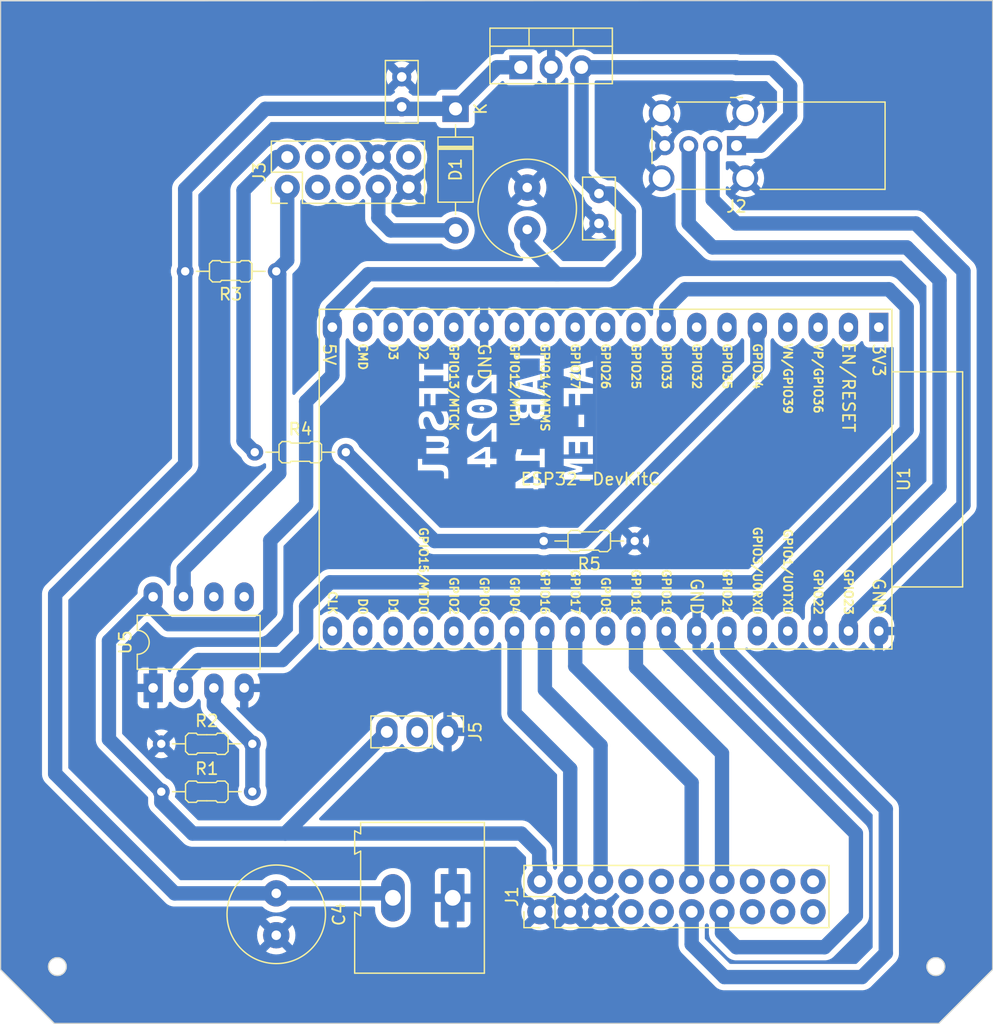
<source format=kicad_pcb>
(kicad_pcb (version 20240108) (generator "pcbnew") (generator_version "8.0")
  (layers (0 "F.Cu" signal) (31 "B.Cu" signal) (34 "B.Paste" user) (35 "F.Paste" user) (36 "B.SilkS" user "B.Silkscreen") (37 "F.SilkS" user "F.Silkscreen") (38 "B.Mask" user) (39 "F.Mask" user) (44 "Edge.Cuts" user))
  (net 0 "")
  (net 1 "GND")
  (net 2 "15 V")
  (net 7 "Net-(U1-VDET_1{slash}GPIO34{slash}ADC1_CH6)")
  (net 25 "Net-(J1-Pin_13)")
  (net 26 "Net-(J1-Pin_6)")
  (net 29 "Net-(U5--)")
  (net 30 "RX")
  (net 31 "TX")
  (net 36 "Net-(U1-32K_XN{slash}GPIO33{slash}ADC1_CH5)")
  (net 39 "VCC")
  (net 40 "Net-(J1-Pin_4)")
  (net 42 "Net-(J1-Pin_14)")
  (net 43 "Net-(J1-Pin_12)")
  (net 45 "Net-(J1-Pin_11)")
  (net 46 "Net-(J2-D-)")
  (net 47 "Net-(J2-D+)")
  (net 56 "Net-(D1-A)")
  (footprint "PCM_Resistor_THT_AKL:R_Axial_DIN0204_L3.6mm_D1.6mm_P7.62mm_Horizontal" (layer "F.Cu") (at 38.46 38.44 180)
    (property "Reference" "R3" (at 3.81 -1.92 180) (layer "F.SilkS"))
    (property "Value" "1k5")
    (fp_line (start 6.68 0) (end 5.73 0) (stroke (width 0.12)) (layer "F.SilkS"))
    (fp_line (start 5.715 0) (end 5.588 0) (stroke (width 0.12)) (layer "F.SilkS"))
    (fp_line (start 5.588 0.635) (end 5.334 0.888999) (stroke (width 0.12)) (layer "F.SilkS"))
    (fp_line (start 5.588 -0.635) (end 5.588 0.635) (stroke (width 0.12)) (layer "F.SilkS"))
    (fp_line (start 5.588 -0.635) (end 5.334 -0.888999) (stroke (width 0.12)) (layer "F.SilkS"))
    (fp_line (start 5.334 0.888999) (end 4.699 0.889) (stroke (width 0.12)) (layer "F.SilkS"))
    (fp_line (start 5.334 -0.888999) (end 4.699 -0.889) (stroke (width 0.12)) (layer "F.SilkS"))
    (fp_line (start 4.699 0.889) (end 4.572 0.762) (stroke (width 0.12)) (layer "F.SilkS"))
    (fp_line (start 4.699 -0.889) (end 4.572 -0.762) (stroke (width 0.12)) (layer "F.SilkS"))
    (fp_line (start 4.572 0.762) (end 3.81 0.762) (stroke (width 0.12)) (layer "F.SilkS"))
    (fp_line (start 4.572 -0.762) (end 3.81 -0.762) (stroke (width 0.12)) (layer "F.SilkS"))
    (fp_line (start 3.048 0.762) (end 3.81 0.762) (stroke (width 0.12)) (layer "F.SilkS"))
    (fp_line (start 3.048 -0.762) (end 3.81 -0.762) (stroke (width 0.12)) (layer "F.SilkS"))
    (fp_line (start 2.921 0.889) (end 3.048 0.762) (stroke (width 0.12)) (layer "F.SilkS"))
    (fp_line (start 2.921 -0.889) (end 3.048 -0.762) (stroke (width 0.12)) (layer "F.SilkS"))
    (fp_line (start 2.286 0.889) (end 2.921 0.889) (stroke (width 0.12)) (layer "F.SilkS"))
    (fp_line (start 2.286 -0.889) (end 2.921 -0.889) (stroke (width 0.12)) (layer "F.SilkS"))
    (fp_line (start 2.032 0.635) (end 2.286 0.889) (stroke (width 0.12)) (layer "F.SilkS"))
    (fp_line (start 2.032 0.635) (end 2.032 -0.635) (stroke (width 0.12)) (layer "F.SilkS"))
    (fp_line (start 2.032 -0.635) (end 2.286 -0.889) (stroke (width 0.12)) (layer "F.SilkS"))
    (fp_line (start 1.89 0) (end 2.032 0) (stroke (width 0.12)) (layer "F.SilkS"))
    (fp_line (start 0.939999 0) (end 1.89 0) (stroke (width 0.12)) (layer "F.SilkS"))
    (pad "1" thru_hole circle (at 0 0 180) (size 1.4 1.4) (drill 0.7) (layers "*.Cu" "*.Mask") (net 31 "TX"))
    (pad "2" thru_hole oval (at 7.62 0 180) (size 1.4 1.4) (drill 0.7) (layers "*.Cu" "*.Mask") (net 2 "15 V"))
  )
  (footprint "Connector_PinHeader_2.54mm:PinHeader_1x03_P2.54mm_Vertical" (layer "F.Cu") (at 52.789999 76.94 -90)
    (property "Reference" "J5" (at 0 -2.33 90) (layer "F.SilkS"))
    (property "Value" "5V Extra")
    (fp_line (start -1.33 6.409999) (end 1.33 6.409999) (stroke (width 0.12)) (layer "F.SilkS"))
    (fp_line (start -1.33 1.270001) (end -1.33 6.409999) (stroke (width 0.12)) (layer "F.SilkS"))
    (fp_line (start -1.33 1.270001) (end 1.33 1.270001) (stroke (width 0.12)) (layer "F.SilkS"))
    (fp_line (start 1.33 1.270001) (end 1.33 6.409999) (stroke (width 0.12)) (layer "F.SilkS"))
    (fp_line (start -1.33 0) (end -1.33 -1.33) (stroke (width 0.12)) (layer "F.SilkS"))
    (fp_line (start -1.33 -1.33) (end 0 -1.33) (stroke (width 0.12)) (layer "F.SilkS"))
    (pad "1" thru_hole oval (at 0 0 270) (size 2.4 1.8) (drill 1) (layers "*.Cu" "*.Mask") (net 1 "GND"))
    (pad "2" thru_hole oval (at 0 2.54 270) (size 2.4 1.8) (drill 1) (layers "*.Cu" "*.Mask"))
    (pad "3" thru_hole oval (at 0 5.079999 270) (size 2.4 1.8) (drill 1) (layers "*.Cu" "*.Mask") (net 39 "VCC"))
  )
  (footprint "Connector_PinHeader_2.54mm:PinHeader_2x10_P2.54mm_Vertical" (layer "F.Cu") (at 60.516292 91.97632 90)
    (property "Reference" "J1" (at 1.27 -2.33 -90) (layer "F.SilkS"))
    (property "Value" "Display")
    (fp_line (start 3.87 -1.33) (end 3.87 24.19) (stroke (width 0.12)) (layer "F.SilkS"))
    (fp_line (start 1.270001 -1.33) (end 3.87 -1.33) (stroke (width 0.12)) (layer "F.SilkS"))
    (fp_line (start -1.33 -1.33) (end 0 -1.33) (stroke (width 0.12)) (layer "F.SilkS"))
    (fp_line (start -1.33 0) (end -1.33 -1.33) (stroke (width 0.12)) (layer "F.SilkS"))
    (fp_line (start 1.27 1.27) (end 1.270001 -1.33) (stroke (width 0.12)) (layer "F.SilkS"))
    (fp_line (start -1.33 1.270001) (end 1.27 1.27) (stroke (width 0.12)) (layer "F.SilkS"))
    (fp_line (start -1.33 1.270001) (end -1.33 24.19) (stroke (width 0.12)) (layer "F.SilkS"))
    (fp_line (start -1.33 24.19) (end 3.87 24.19) (stroke (width 0.12)) (layer "F.SilkS"))
    (pad "1" thru_hole circle (at 0 0 90) (size 2.1 2.1) (drill 1) (layers "*.Cu" "*.Mask") (net 1 "GND"))
    (pad "2" thru_hole circle (at 2.54 0 90) (size 2.1 2.1) (drill 1) (layers "*.Cu" "*.Mask") (net 39 "VCC"))
    (pad "3" thru_hole circle (at 0 2.54 90) (size 2.1 2.1) (drill 1) (layers "*.Cu" "*.Mask") (net 1 "GND"))
    (pad "4" thru_hole circle (at 2.54 2.54 90) (size 2.1 2.1) (drill 1) (layers "*.Cu" "*.Mask") (net 40 "Net-(J1-Pin_4)"))
    (pad "5" thru_hole circle (at 0 5.079999 90) (size 2.1 2.1) (drill 1) (layers "*.Cu" "*.Mask") (net 1 "GND"))
    (pad "6" thru_hole circle (at 2.54 5.08 90) (size 2.1 2.1) (drill 1) (layers "*.Cu" "*.Mask") (net 26 "Net-(J1-Pin_6)"))
    (pad "7" thru_hole circle (at 0 7.62 90) (size 2.1 2.1) (drill 1) (layers "*.Cu" "*.Mask"))
    (pad "8" thru_hole circle (at 2.54 7.62 90) (size 2.1 2.1) (drill 1) (layers "*.Cu" "*.Mask"))
    (pad "9" thru_hole circle (at 0 10.16 90) (size 2.1 2.1) (drill 1) (layers "*.Cu" "*.Mask"))
    (pad "10" thru_hole circle (at 2.54 10.16 90) (size 2.1 2.1) (drill 1) (layers "*.Cu" "*.Mask"))
    (pad "11" thru_hole circle (at 0 12.7 90) (size 2.1 2.1) (drill 1) (layers "*.Cu" "*.Mask") (net 45 "Net-(J1-Pin_11)"))
    (pad "12" thru_hole circle (at 2.54 12.7 90) (size 2.1 2.1) (drill 1) (layers "*.Cu" "*.Mask") (net 43 "Net-(J1-Pin_12)"))
    (pad "13" thru_hole circle (at 0 15.24 90) (size 2.1 2.1) (drill 1) (layers "*.Cu" "*.Mask") (net 25 "Net-(J1-Pin_13)"))
    (pad "14" thru_hole circle (at 2.54 15.24 90) (size 2.1 2.1) (drill 1) (layers "*.Cu" "*.Mask") (net 42 "Net-(J1-Pin_14)"))
    (pad "15" thru_hole circle (at 0 17.780001 90) (size 2.1 2.1) (drill 1) (layers "*.Cu" "*.Mask"))
    (pad "16" thru_hole circle (at 2.54 17.78 90) (size 2.1 2.1) (drill 1) (layers "*.Cu" "*.Mask"))
    (pad "17" thru_hole circle (at 0 20.32 90) (size 2.1 2.1) (drill 1) (layers "*.Cu" "*.Mask"))
    (pad "18" thru_hole circle (at 2.54 20.32 90) (size 2.1 2.1) (drill 1) (layers "*.Cu" "*.Mask"))
    (pad "19" thru_hole circle (at 0 22.86 90) (size 2.1 2.1) (drill 1) (layers "*.Cu" "*.Mask"))
    (pad "20" thru_hole circle (at 2.54 22.86 90) (size 2.1 2.1) (drill 1) (layers "*.Cu" "*.Mask"))
  )
  (footprint "Capacitor_THT:C_Disc_D5.0mm_W2.5mm_P2.50mm" (layer "F.Cu") (at 48.96 24.69 90)
    (property "Reference" "C3" (hide yes))
    (property "Value" "100n")
    (fp_line (start 3.87 -1.37) (end 3.87 1.37) (stroke (width 0.12)) (layer "F.SilkS"))
    (fp_line (start -1.37 -1.37) (end 3.87 -1.37) (stroke (width 0.12)) (layer "F.SilkS"))
    (fp_line (start -1.37 -1.37) (end -1.37 1.37) (stroke (width 0.12)) (layer "F.SilkS"))
    (fp_line (start -1.37 1.37) (end 3.87 1.37) (stroke (width 0.12)) (layer "F.SilkS"))
    (pad "1" thru_hole circle (at 0 0 90) (size 1.6 1.6) (drill 0.8) (layers "*.Cu" "*.Mask") (net 2 "15 V"))
    (pad "2" thru_hole circle (at 2.5 0 90) (size 1.6 1.6) (drill 0.8) (layers "*.Cu" "*.Mask") (net 1 "GND"))
  )
  (footprint "Capacitor_THT:C_Radial_D8.0mm_H11.5mm_P3.50mm" (layer "F.Cu") (at 59.46 34.94 90)
    (property "Reference" "C1" (hide yes))
    (property "Value" "1000u")
    (fp_circle (center 1.75 0) (end 5.87 0) (stroke (width 0.12)) (fill none) (layer "F.SilkS"))
    (pad "1" thru_hole circle (at 0 0 90) (size 2.2 2.2) (drill 0.8) (layers "*.Cu" "*.Mask") (net 39 "VCC"))
    (pad "2" thru_hole circle (at 3.5 0 90) (size 2.2 2.2) (drill 0.8) (layers "*.Cu" "*.Mask") (net 1 "GND"))
  )
  (footprint "Diode_THT:D_DO-41_SOD81_P10.16mm_Horizontal" (layer "F.Cu") (at 53.46 24.86 -90)
    (property "Reference" "D1" (at 5.08 0 90) (layer "F.SilkS"))
    (property "Value" "1N4002")
    (fp_line (start 2.36 1.47) (end 7.8 1.47) (stroke (width 0.12)) (layer "F.SilkS"))
    (fp_line (start 7.8 1.47) (end 7.8 -1.47) (stroke (width 0.12)) (layer "F.SilkS"))
    (fp_line (start 1.34 0) (end 2.36 0) (stroke (width 0.12)) (layer "F.SilkS"))
    (fp_line (start 8.82 0) (end 7.8 0) (stroke (width 0.12)) (layer "F.SilkS"))
    (fp_line (start 2.36 -1.47) (end 2.36 1.47) (stroke (width 0.12)) (layer "F.SilkS"))
    (fp_line (start 3.14 -1.47) (end 3.14 1.47) (stroke (width 0.12)) (layer "F.SilkS"))
    (fp_line (start 3.26 -1.47) (end 3.26 1.47) (stroke (width 0.12)) (layer "F.SilkS"))
    (fp_line (start 3.38 -1.47) (end 3.38 1.47) (stroke (width 0.12)) (layer "F.SilkS"))
    (fp_line (start 7.8 -1.47) (end 2.36 -1.47) (stroke (width 0.12)) (layer "F.SilkS"))
    (fp_text user "K" (at 0 -2.1 90) (layer "F.SilkS"))
    (pad "1" thru_hole rect (at 0 0 270) (size 2.2 2.2) (drill 1.1) (layers "*.Cu" "*.Mask") (net 2 "15 V"))
    (pad "2" thru_hole oval (at 10.16 0 270) (size 2.2 2.2) (drill 1.1) (layers "*.Cu" "*.Mask") (net 56 "Net-(D1-A)"))
  )
  (footprint "PCM_Resistor_THT_AKL:R_Axial_DIN0204_L3.6mm_D1.6mm_P7.62mm_Horizontal" (layer "F.Cu") (at 28.84 81.94)
    (property "Reference" "R1" (at 3.81 -1.92 0) (layer "F.SilkS"))
    (property "Value" "2k2")
    (fp_line (start 0.939999 0) (end 1.89 0) (stroke (width 0.12)) (layer "F.SilkS"))
    (fp_line (start 1.89 0) (end 2.032 0) (stroke (width 0.12)) (layer "F.SilkS"))
    (fp_line (start 2.032 -0.635) (end 2.286 -0.889) (stroke (width 0.12)) (layer "F.SilkS"))
    (fp_line (start 2.032 0.635) (end 2.032 -0.635) (stroke (width 0.12)) (layer "F.SilkS"))
    (fp_line (start 2.032 0.635) (end 2.286 0.889) (stroke (width 0.12)) (layer "F.SilkS"))
    (fp_line (start 2.286 -0.889) (end 2.921 -0.889) (stroke (width 0.12)) (layer "F.SilkS"))
    (fp_line (start 2.286 0.889) (end 2.921 0.889) (stroke (width 0.12)) (layer "F.SilkS"))
    (fp_line (start 2.921 -0.889) (end 3.048 -0.762) (stroke (width 0.12)) (layer "F.SilkS"))
    (fp_line (start 2.921 0.889) (end 3.048 0.762) (stroke (width 0.12)) (layer "F.SilkS"))
    (fp_line (start 3.048 -0.762) (end 3.81 -0.762) (stroke (width 0.12)) (layer "F.SilkS"))
    (fp_line (start 3.048 0.762) (end 3.81 0.762) (stroke (width 0.12)) (layer "F.SilkS"))
    (fp_line (start 4.572 -0.762) (end 3.81 -0.762) (stroke (width 0.12)) (layer "F.SilkS"))
    (fp_line (start 4.572 0.762) (end 3.81 0.762) (stroke (width 0.12)) (layer "F.SilkS"))
    (fp_line (start 4.699 -0.889) (end 4.572 -0.762) (stroke (width 0.12)) (layer "F.SilkS"))
    (fp_line (start 4.699 0.889) (end 4.572 0.762) (stroke (width 0.12)) (layer "F.SilkS"))
    (fp_line (start 5.334 -0.888999) (end 4.699 -0.889) (stroke (width 0.12)) (layer "F.SilkS"))
    (fp_line (start 5.334 0.888999) (end 4.699 0.889) (stroke (width 0.12)) (layer "F.SilkS"))
    (fp_line (start 5.588 -0.635) (end 5.334 -0.888999) (stroke (width 0.12)) (layer "F.SilkS"))
    (fp_line (start 5.588 -0.635) (end 5.588 0.635) (stroke (width 0.12)) (layer "F.SilkS"))
    (fp_line (start 5.588 0.635) (end 5.334 0.888999) (stroke (width 0.12)) (layer "F.SilkS"))
    (fp_line (start 5.715 0) (end 5.588 0) (stroke (width 0.12)) (layer "F.SilkS"))
    (fp_line (start 6.68 0) (end 5.73 0) (stroke (width 0.12)) (layer "F.SilkS"))
    (pad "1" thru_hole circle (at 0 0) (size 1.4 1.4) (drill 0.7) (layers "*.Cu" "*.Mask") (net 39 "VCC"))
    (pad "2" thru_hole oval (at 7.62 0) (size 1.4 1.4) (drill 0.7) (layers "*.Cu" "*.Mask") (net 29 "Net-(U5--)"))
  )
  (footprint "Package_DIP:DIP-8_W7.62mm_LongPads" (layer "F.Cu") (at 28.16 73.265 90)
    (property "Reference" "U5" (at 3.81 -2.33 -90) (layer "F.SilkS"))
    (property "Value" "LM311")
    (fp_line (start 6.06 -1.33) (end 4.810001 -1.33) (stroke (width 0.12)) (layer "F.SilkS"))
    (fp_line (start 2.81 -1.33) (end 1.560001 -1.33) (stroke (width 0.12)) (layer "F.SilkS"))
    (fp_line (start 1.560001 -1.33) (end 1.56 8.95) (stroke (width 0.12)) (layer "F.SilkS"))
    (fp_line (start 6.06 8.95) (end 6.06 -1.33) (stroke (width 0.12)) (layer "F.SilkS"))
    (fp_line (start 1.56 8.95) (end 6.06 8.95) (stroke (width 0.12)) (layer "F.SilkS"))
    (fp_arc (start 4.810001 -1.33) (mid 3.81 -0.329999) (end 2.81 -1.33) (stroke (width 0.12)) (layer "F.SilkS"))
    (pad "1" thru_hole rect (at 0 0 90) (size 2.4 1.6) (drill 0.8) (layers "*.Cu" "*.Mask") (net 1 "GND"))
    (pad "2" thru_hole oval (at 0 2.54 90) (size 2.4 1.6) (drill 0.8) (layers "*.Cu" "*.Mask") (net 36 "Net-(U1-32K_XN{slash}GPIO33{slash}ADC1_CH5)"))
    (pad "3" thru_hole oval (at 0 5.079999 90) (size 2.4 1.6) (drill 0.8) (layers "*.Cu" "*.Mask") (net 29 "Net-(U5--)"))
    (pad "4" thru_hole oval (at 0 7.62 90) (size 2.4 1.6) (drill 0.8) (layers "*.Cu" "*.Mask") (net 1 "GND"))
    (pad "5" thru_hole oval (at 7.62 7.62 90) (size 2.4 1.6) (drill 0.8) (layers "*.Cu" "*.Mask"))
    (pad "6" thru_hole oval (at 7.62 5.08 90) (size 2.4 1.6) (drill 0.8) (layers "*.Cu" "*.Mask"))
    (pad "7" thru_hole oval (at 7.62 2.54 90) (size 2.4 1.6) (drill 0.8) (layers "*.Cu" "*.Mask") (net 31 "TX"))
    (pad "8" thru_hole oval (at 7.62 0 90) (size 2.4 1.6) (drill 0.8) (layers "*.Cu" "*.Mask") (net 39 "VCC"))
  )
  (footprint "Connector_PinHeader_2.54mm:PinHeader_2x05_P2.54mm_Vertical" (layer "F.Cu") (at 39.38 31.426321 90)
    (property "Reference" "J3" (at 1.27 -2.33 -90) (layer "F.SilkS"))
    (property "Value" "Serial")
    (fp_line (start 3.87 -1.33) (end 3.87 11.49) (stroke (width 0.12)) (layer "F.SilkS"))
    (fp_line (start 1.270001 -1.33) (end 3.87 -1.33) (stroke (width 0.12)) (layer "F.SilkS"))
    (fp_line (start -1.33 -1.33) (end 0 -1.33) (stroke (width 0.12)) (layer "F.SilkS"))
    (fp_line (start -1.33 0) (end -1.33 -1.33) (stroke (width 0.12)) (layer "F.SilkS"))
    (fp_line (start 1.27 1.27) (end 1.270001 -1.33) (stroke (width 0.12)) (layer "F.SilkS"))
    (fp_line (start -1.33 1.270001) (end 1.27 1.27) (stroke (width 0.12)) (layer "F.SilkS"))
    (fp_line (start -1.33 1.270001) (end -1.33 11.49) (stroke (width 0.12)) (layer "F.SilkS"))
    (fp_line (start -1.33 11.49) (end 3.87 11.49) (stroke (width 0.12)) (layer "F.SilkS"))
    (pad "1" thru_hole circle (at 0 0 90) (size 2.1 2.1) (drill 1) (layers "*.Cu" "*.Mask") (net 31 "TX"))
    (pad "2" thru_hole circle (at 2.54 0 90) (size 2.1 2.1) (drill 1) (layers "*.Cu" "*.Mask") (net 30 "RX"))
    (pad "3" thru_hole circle (at 0 2.54 90) (size 2.1 2.1) (drill 1) (layers "*.Cu" "*.Mask"))
    (pad "4" thru_hole circle (at 2.54 2.54 90) (size 2.1 2.1) (drill 1) (layers "*.Cu" "*.Mask"))
    (pad "5" thru_hole circle (at 0 5.079999 90) (size 2.1 2.1) (drill 1) (layers "*.Cu" "*.Mask"))
    (pad "6" thru_hole circle (at 2.54 5.08 90) (size 2.1 2.1) (drill 1) (layers "*.Cu" "*.Mask"))
    (pad "7" thru_hole circle (at 0 7.62 90) (size 2.1 2.1) (drill 1) (layers "*.Cu" "*.Mask") (net 56 "Net-(D1-A)"))
    (pad "8" thru_hole circle (at 2.54 7.62 90) (size 2.1 2.1) (drill 1) (layers "*.Cu" "*.Mask") (net 1 "GND"))
    (pad "9" thru_hole circle (at 0 10.16 90) (size 2.1 2.1) (drill 1) (layers "*.Cu" "*.Mask") (net 1 "GND"))
    (pad "10" thru_hole circle (at 2.54 10.16 90) (size 2.1 2.1) (drill 1) (layers "*.Cu" "*.Mask"))
  )
  (footprint "PCM_Resistor_THT_AKL:R_Axial_DIN0204_L3.6mm_D1.6mm_P7.62mm_Horizontal" (layer "F.Cu") (at 28.84 77.94)
    (property "Reference" "R2" (at 3.81 -1.92 0) (layer "F.SilkS"))
    (property "Value" "330")
    (fp_line (start 0.939999 0) (end 1.89 0) (stroke (width 0.12)) (layer "F.SilkS"))
    (fp_line (start 1.89 0) (end 2.032 0) (stroke (width 0.12)) (layer "F.SilkS"))
    (fp_line (start 2.032 -0.635) (end 2.286 -0.889) (stroke (width 0.12)) (layer "F.SilkS"))
    (fp_line (start 2.032 0.635) (end 2.032 -0.635) (stroke (width 0.12)) (layer "F.SilkS"))
    (fp_line (start 2.032 0.635) (end 2.286 0.889) (stroke (width 0.12)) (layer "F.SilkS"))
    (fp_line (start 2.286 -0.889) (end 2.921 -0.889) (stroke (width 0.12)) (layer "F.SilkS"))
    (fp_line (start 2.286 0.889) (end 2.921 0.889) (stroke (width 0.12)) (layer "F.SilkS"))
    (fp_line (start 2.921 -0.889) (end 3.048 -0.762) (stroke (width 0.12)) (layer "F.SilkS"))
    (fp_line (start 2.921 0.889) (end 3.048 0.762) (stroke (width 0.12)) (layer "F.SilkS"))
    (fp_line (start 3.048 -0.762) (end 3.81 -0.762) (stroke (width 0.12)) (layer "F.SilkS"))
    (fp_line (start 3.048 0.762) (end 3.81 0.762) (stroke (width 0.12)) (layer "F.SilkS"))
    (fp_line (start 4.572 -0.762) (end 3.81 -0.762) (stroke (width 0.12)) (layer "F.SilkS"))
    (fp_line (start 4.572 0.762) (end 3.81 0.762) (stroke (width 0.12)) (layer "F.SilkS"))
    (fp_line (start 4.699 -0.889) (end 4.572 -0.762) (stroke (width 0.12)) (layer "F.SilkS"))
    (fp_line (start 4.699 0.889) (end 4.572 0.762) (stroke (width 0.12)) (layer "F.SilkS"))
    (fp_line (start 5.334 -0.888999) (end 4.699 -0.889) (stroke (width 0.12)) (layer "F.SilkS"))
    (fp_line (start 5.334 0.888999) (end 4.699 0.889) (stroke (width 0.12)) (layer "F.SilkS"))
    (fp_line (start 5.588 -0.635) (end 5.334 -0.888999) (stroke (width 0.12)) (layer "F.SilkS"))
    (fp_line (start 5.588 -0.635) (end 5.588 0.635) (stroke (width 0.12)) (layer "F.SilkS"))
    (fp_line (start 5.588 0.635) (end 5.334 0.888999) (stroke (width 0.12)) (layer "F.SilkS"))
    (fp_line (start 5.715 0) (end 5.588 0) (stroke (width 0.12)) (layer "F.SilkS"))
    (fp_line (start 6.68 0) (end 5.73 0) (stroke (width 0.12)) (layer "F.SilkS"))
    (pad "1" thru_hole circle (at 0 0) (size 1.4 1.4) (drill 0.7) (layers "*.Cu" "*.Mask") (net 1 "GND"))
    (pad "2" thru_hole oval (at 7.62 0) (size 1.4 1.4) (drill 0.7) (layers "*.Cu" "*.Mask") (net 29 "Net-(U5--)"))
  )
  (footprint "Capacitor_THT:C_Disc_D5.0mm_W2.5mm_P2.50mm" (layer "F.Cu") (at 65.46 31.94 -90)
    (property "Reference" "C2" (hide yes))
    (property "Value" "100n")
    (fp_line (start -1.37 1.37) (end 3.87 1.37) (stroke (width 0.12)) (layer "F.SilkS"))
    (fp_line (start -1.37 -1.37) (end -1.37 1.37) (stroke (width 0.12)) (layer "F.SilkS"))
    (fp_line (start -1.37 -1.37) (end 3.87 -1.37) (stroke (width 0.12)) (layer "F.SilkS"))
    (fp_line (start 3.87 -1.37) (end 3.87 1.37) (stroke (width 0.12)) (layer "F.SilkS"))
    (pad "1" thru_hole circle (at 0 0 270) (size 1.6 1.6) (drill 0.8) (layers "*.Cu" "*.Mask") (net 39 "VCC"))
    (pad "2" thru_hole circle (at 2.5 0 270) (size 1.6 1.6) (drill 0.8) (layers "*.Cu" "*.Mask") (net 1 "GND"))
  )
  (footprint "TerminalBlock:TerminalBlock_Altech_AK300-2_P5.00mm" (layer "F.Cu") (at 53.221291 90.81132 180)
    (property "Reference" "J4" (hide yes))
    (property "Value" "Alimentação")
    (fp_line (start 8.200001 5.6) (end 8.200001 3.7) (stroke (width 0.12)) (layer "F.SilkS"))
    (fp_line (start 8.200001 3.7) (end 8.2 3.65) (stroke (width 0.12)) (layer "F.SilkS"))
    (fp_line (start 8.2 3.65) (end 7.7 3.9) (stroke (width 0.12)) (layer "F.SilkS"))
    (fp_line (start 8.2 -1.200001) (end 8.2 -6.3) (stroke (width 0.12)) (layer "F.SilkS"))
    (fp_line (start 8.2 -6.3) (end -2.65 -6.3) (stroke (width 0.12)) (layer "F.SilkS"))
    (fp_line (start 7.7 6.3) (end 7.7 5.35) (stroke (width 0.12)) (layer "F.SilkS"))
    (fp_line (start 7.7 5.35) (end 8.200001 5.6) (stroke (width 0.12)) (layer "F.SilkS"))
    (fp_line (start 7.7 3.9) (end 7.7 -1.5) (stroke (width 0.12)) (layer "F.SilkS"))
    (fp_line (start 7.7 -1.5) (end 8.2 -1.200001) (stroke (width 0.12)) (layer "F.SilkS"))
    (fp_line (start -2.65 6.3) (end 7.7 6.3) (stroke (width 0.12)) (layer "F.SilkS"))
    (fp_line (start -2.65 -6.3) (end -2.65 6.3) (stroke (width 0.12)) (layer "F.SilkS"))
    (pad "1" thru_hole rect (at 0 0 180) (size 1.98 3.96) (drill 1.32) (layers "*.Cu" "*.Mask") (net 1 "GND"))
    (pad "2" thru_hole oval (at 5 0 180) (size 1.98 3.96) (drill 1.32) (layers "*.Cu" "*.Mask") (net 2 "15 V"))
  )
  (footprint "Capacitor_THT:C_Radial_D8.0mm_H11.5mm_P3.50mm" (layer "F.Cu") (at 38.46 90.44 -90)
    (property "Reference" "C4" (at 1.749999 -5.25 90) (layer "F.SilkS"))
    (property "Value" "1000u")
    (fp_circle (center 1.75 0) (end 5.87 0) (stroke (width 0.12)) (fill none) (layer "F.SilkS"))
    (pad "1" thru_hole circle (at 0 0 270) (size 2.2 2.2) (drill 0.8) (layers "*.Cu" "*.Mask") (net 2 "15 V"))
    (pad "2" thru_hole circle (at 3.5 0 270) (size 2.2 2.2) (drill 0.8) (layers "*.Cu" "*.Mask") (net 1 "GND"))
  )
  (footprint "PCM_Resistor_THT_AKL:R_Axial_DIN0204_L3.6mm_D1.6mm_P7.62mm_Horizontal" (layer "F.Cu") (at 36.661291 53.56132)
    (property "Reference" "R4" (at 3.81 -1.92 0) (layer "F.SilkS"))
    (property "Value" "33k")
    (fp_line (start 0.939999 0) (end 1.89 0) (stroke (width 0.12)) (layer "F.SilkS"))
    (fp_line (start 1.89 0) (end 2.032 0) (stroke (width 0.12)) (layer "F.SilkS"))
    (fp_line (start 2.032 -0.635) (end 2.286 -0.889) (stroke (width 0.12)) (layer "F.SilkS"))
    (fp_line (start 2.032 0.635) (end 2.032 -0.635) (stroke (width 0.12)) (layer "F.SilkS"))
    (fp_line (start 2.032 0.635) (end 2.286 0.889) (stroke (width 0.12)) (layer "F.SilkS"))
    (fp_line (start 2.286 -0.889) (end 2.921 -0.889) (stroke (width 0.12)) (layer "F.SilkS"))
    (fp_line (start 2.286 0.889) (end 2.921 0.889) (stroke (width 0.12)) (layer "F.SilkS"))
    (fp_line (start 2.921 -0.889) (end 3.048 -0.762) (stroke (width 0.12)) (layer "F.SilkS"))
    (fp_line (start 2.921 0.889) (end 3.048 0.762) (stroke (width 0.12)) (layer "F.SilkS"))
    (fp_line (start 3.048 -0.762) (end 3.81 -0.762) (stroke (width 0.12)) (layer "F.SilkS"))
    (fp_line (start 3.048 0.762) (end 3.81 0.762) (stroke (width 0.12)) (layer "F.SilkS"))
    (fp_line (start 4.572 -0.762) (end 3.81 -0.762) (stroke (width 0.12)) (layer "F.SilkS"))
    (fp_line (start 4.572 0.762) (end 3.81 0.762) (stroke (width 0.12)) (layer "F.SilkS"))
    (fp_line (start 4.699 -0.889) (end 4.572 -0.762) (stroke (width 0.12)) (layer "F.SilkS"))
    (fp_line (start 4.699 0.889) (end 4.572 0.762) (stroke (width 0.12)) (layer "F.SilkS"))
    (fp_line (start 5.334 -0.888999) (end 4.699 -0.889) (stroke (width 0.12)) (layer "F.SilkS"))
    (fp_line (start 5.334 0.888999) (end 4.699 0.889) (stroke (width 0.12)) (layer "F.SilkS"))
    (fp_line (start 5.588 -0.635) (end 5.334 -0.888999) (stroke (width 0.12)) (layer "F.SilkS"))
    (fp_line (start 5.588 -0.635) (end 5.588 0.635) (stroke (width 0.12)) (layer "F.SilkS"))
    (fp_line (start 5.588 0.635) (end 5.334 0.888999) (stroke (width 0.12)) (layer "F.SilkS"))
    (fp_line (start 5.715 0) (end 5.588 0) (stroke (width 0.12)) (layer "F.SilkS"))
    (fp_line (start 6.68 0) (end 5.73 0) (stroke (width 0.12)) (layer "F.SilkS"))
    (pad "1" thru_hole circle (at 0 0) (size 1.4 1.4) (drill 0.7) (layers "*.Cu" "*.Mask") (net 30 "RX"))
    (pad "2" thru_hole oval (at 7.62 0) (size 1.4 1.4) (drill 0.7) (layers "*.Cu" "*.Mask") (net 7 "Net-(U1-VDET_1{slash}GPIO34{slash}ADC1_CH6)"))
  )
  (footprint "Connector_USB:USB_A_Wuerth_614004134726_Horizontal" (layer "F.Cu") (at 76.97 27.94 180)
    (property "Reference" "J2" (at 0 -5.079999 180) (layer "F.SilkS"))
    (property "Value" "USB_A")
    (fp_line (start 7.07 -1.5) (end 7.07 1.5) (stroke (width 0.12)) (layer "F.SilkS"))
    (fp_line (start 0.52 3.65) (end 5.02 3.65) (stroke (width 0.12)) (layer "F.SilkS"))
    (fp_line (start 0.52 -3.65) (end 5.02 -3.65) (stroke (width 0.12)) (layer "F.SilkS"))
    (fp_line (start -0.5 4.03) (end 0.5 4.03) (stroke (width 0.12)) (layer "F.SilkS"))
    (fp_line (start -12.43 3.65) (end -1.98 3.65) (stroke (width 0.12)) (layer "F.SilkS"))
    (fp_line (start -12.43 -3.65) (end -1.98 -3.65) (stroke (width 0.12)) (layer "F.SilkS"))
    (fp_line (start -12.43 -3.65) (end -12.43 3.65) (stroke (width 0.12)) (layer "F.SilkS"))
    (pad "1" thru_hole rect (at 0 0 180) (size 1.6 1.6) (drill 0.92) (layers "*.Cu" "*.Mask") (net 39 "VCC"))
    (pad "2" thru_hole circle (at 2.000001 0 180) (size 1.6 1.6) (drill 0.92) (layers "*.Cu" "*.Mask") (net 46 "Net-(J2-D-)"))
    (pad "3" thru_hole circle (at 4 0 180) (size 1.6 1.6) (drill 0.92) (layers "*.Cu" "*.Mask") (net 47 "Net-(J2-D+)"))
    (pad "4" thru_hole circle (at 6 0 180) (size 1.6 1.6) (drill 0.92) (layers "*.Cu" "*.Mask") (net 1 "GND"))
    (pad "5" thru_hole circle (at -0.73 -2.719999 180) (size 2.15 2.15) (drill 1.5) (layers "*.Cu" "*.Mask") (net 1 "GND"))
    (pad "5" thru_hole circle (at -0.73 2.719999 180) (size 2.15 2.15) (drill 1.5) (layers "*.Cu" "*.Mask") (net 1 "GND"))
    (pad "5" thru_hole circle (at 6.27 -2.72 180) (size 2.15 2.15) (drill 1.5) (layers "*.Cu" "*.Mask") (net 1 "GND"))
    (pad "5" thru_hole circle (at 6.27 2.72 180) (size 2.15 2.15) (drill 1.5) (layers "*.Cu" "*.Mask") (net 1 "GND"))
  )
  (footprint "Package_TO_SOT_THT:TO-220-3_Vertical" (layer "F.Cu") (at 58.92 21.385)
    (property "Reference" "U2" (hide yes))
    (property "Value" "LM7805_TO220")
    (fp_line (start -2.58 -3.27) (end -2.58 1.371) (stroke (width 0.12)) (layer "F.SilkS"))
    (fp_line (start -2.58 -3.27) (end 7.66 -3.27) (stroke (width 0.12)) (layer "F.SilkS"))
    (fp_line (start -2.58 -1.759999) (end 7.66 -1.76) (stroke (width 0.12)) (layer "F.SilkS"))
    (fp_line (start -2.58 1.371) (end 7.66 1.370999) (stroke (width 0.12)) (layer "F.SilkS"))
    (fp_line (start 0.69 -3.27) (end 0.69 -1.76) (stroke (width 0.12)) (layer "F.SilkS"))
    (fp_line (start 4.391 -3.27) (end 4.391 -1.76) (stroke (width 0.12)) (layer "F.SilkS"))
    (fp_line (start 7.66 -3.27) (end 7.66 1.370999) (stroke (width 0.12)) (layer "F.SilkS"))
    (pad "1" thru_hole rect (at 0 0) (size 1.905 2) (drill 1.1) (layers "*.Cu" "*.Mask") (net 2 "15 V"))
    (pad "2" thru_hole oval (at 2.54 0) (size 1.905 2) (drill 1.1) (layers "*.Cu" "*.Mask") (net 1 "GND"))
    (pad "3" thru_hole oval (at 5.079999 0) (size 1.905 2) (drill 1.1) (layers "*.Cu" "*.Mask") (net 39 "VCC"))
  )
  (footprint "PCM_Resistor_THT_AKL:R_Axial_DIN0204_L3.6mm_D1.6mm_P7.62mm_Horizontal" (layer "F.Cu") (at 68.456291 60.98632 180)
    (property "Reference" "R5" (at 3.81 -1.92 180) (layer "F.SilkS"))
    (property "Value" "10k")
    (fp_line (start 6.68 0) (end 5.73 0) (stroke (width 0.12)) (layer "F.SilkS"))
    (fp_line (start 5.715 0) (end 5.588 0) (stroke (width 0.12)) (layer "F.SilkS"))
    (fp_line (start 5.588 0.635) (end 5.334 0.888999) (stroke (width 0.12)) (layer "F.SilkS"))
    (fp_line (start 5.588 -0.635) (end 5.588 0.635) (stroke (width 0.12)) (layer "F.SilkS"))
    (fp_line (start 5.588 -0.635) (end 5.334 -0.888999) (stroke (width 0.12)) (layer "F.SilkS"))
    (fp_line (start 5.334 0.888999) (end 4.699 0.889) (stroke (width 0.12)) (layer "F.SilkS"))
    (fp_line (start 5.334 -0.888999) (end 4.699 -0.889) (stroke (width 0.12)) (layer "F.SilkS"))
    (fp_line (start 4.699 0.889) (end 4.572 0.762) (stroke (width 0.12)) (layer "F.SilkS"))
    (fp_line (start 4.699 -0.889) (end 4.572 -0.762) (stroke (width 0.12)) (layer "F.SilkS"))
    (fp_line (start 4.572 0.762) (end 3.81 0.762) (stroke (width 0.12)) (layer "F.SilkS"))
    (fp_line (start 4.572 -0.762) (end 3.81 -0.762) (stroke (width 0.12)) (layer "F.SilkS"))
    (fp_line (start 3.048 0.762) (end 3.81 0.762) (stroke (width 0.12)) (layer "F.SilkS"))
    (fp_line (start 3.048 -0.762) (end 3.81 -0.762) (stroke (width 0.12)) (layer "F.SilkS"))
    (fp_line (start 2.921 0.889) (end 3.048 0.762) (stroke (width 0.12)) (layer "F.SilkS"))
    (fp_line (start 2.921 -0.889) (end 3.048 -0.762) (stroke (width 0.12)) (layer "F.SilkS"))
    (fp_line (start 2.286 0.889) (end 2.921 0.889) (stroke (width 0.12)) (layer "F.SilkS"))
    (fp_line (start 2.286 -0.889) (end 2.921 -0.889) (stroke (width 0.12)) (layer "F.SilkS"))
    (fp_line (start 2.032 0.635) (end 2.286 0.889) (stroke (width 0.12)) (layer "F.SilkS"))
    (fp_line (start 2.032 0.635) (end 2.032 -0.635) (stroke (width 0.12)) (layer "F.SilkS"))
    (fp_line (start 2.032 -0.635) (end 2.286 -0.889) (stroke (width 0.12)) (layer "F.SilkS"))
    (fp_line (start 1.89 0) (end 2.032 0) (stroke (width 0.12)) (layer "F.SilkS"))
    (fp_line (start 0.939999 0) (end 1.89 0) (stroke (width 0.12)) (layer "F.SilkS"))
    (pad "1" thru_hole circle (at 0 0 180) (size 1.4 1.4) (drill 0.7) (layers "*.Cu" "*.Mask") (net 1 "GND"))
    (pad "2" thru_hole oval (at 7.62 0 180) (size 1.4 1.4) (drill 0.7) (layers "*.Cu" "*.Mask") (net 7 "Net-(U1-VDET_1{slash}GPIO34{slash}ADC1_CH6)"))
  )
  (footprint "PCM_Espressif:ESP32-DevKitC" (layer "F.Cu") (at 88.874731 43.111321 -90)
    (property "Reference" "U1" (at 12.7 -2.1 90) (layer "F.SilkS"))
    (property "Value" "ESP32-DevKitC" (at 12.7 24.130001 180) (layer "F.SilkS"))
    (fp_line (start -1.5 46.82) (end 26.899999 46.82) (stroke (width 0.12)) (layer "F.SilkS"))
    (fp_line (start 26.899999 46.82) (end 26.9 -1.1) (stroke (width 0.12)) (layer "F.SilkS"))
    (fp_line (start -1.499999 -1.1) (end -1.5 46.82) (stroke (width 0.12)) (layer "F.SilkS"))
    (fp_line (start 26.9 -1.1) (end -1.499999 -1.1) (stroke (width 0.12)) (layer "F.SilkS"))
    (fp_line (start 3.73012 -1.12032) (end 3.73012 -7.01312) (stroke (width 0.12)) (layer "F.SilkS"))
    (fp_line (start 3.73012 -7.01312) (end 21.71332 -7.01312) (stroke (width 0.12)) (layer "F.SilkS"))
    (fp_line (start 21.71332 -7.01312) (end 21.71332 -1.12032) (stroke (width 0.12)) (layer "F.SilkS"))
    (fp_text user "GPIO4" (at 24.13 30.48 -90) (layer "F.SilkS") (effects (font (size 0.7 0.7)) (justify right)))
    (fp_text user "D0" (at 24.13 43.18 -90) (layer "F.SilkS") (effects (font (size 0.7 0.7)) (justify right)))
    (fp_text user "D3" (at 1.27 40.64 -90) (layer "F.SilkS") (effects (font (size 0.7 0.7)) (justify left)))
    (fp_text user "GPIO32" (at 1.27 15.24 -90) (layer "F.SilkS") (effects (font (size 0.7 0.7)) (justify left)))
    (fp_text user "GPIO34" (at 1.270001 10.16 -90) (layer "F.SilkS") (effects (font (size 0.7 0.7)) (justify left)))
    (fp_text user "GPIO1/U0TXD" (at 24.13 7.62 -90) (layer "F.SilkS") (effects (font (size 0.7 0.7)) (justify right)))
    (fp_text user "3V3" (at 1.270001 0 -90) (layer "F.SilkS") (effects (justify left)))
    (fp_text user "GPIO27" (at 1.27 25.4 -90) (layer "F.SilkS") (effects (font (size 0.7 0.7)) (justify left)))
    (fp_text user "GPIO23" (at 24.13 2.54 -90) (layer "F.SilkS") (effects (font (size 0.7 0.7)) (justify right)))
    (fp_text user "GPIO33" (at 1.27 17.78 -90) (layer "F.SilkS") (effects (font (size 0.7 0.7)) (justify left)))
    (fp_text user "GPIO3/U0RXD" (at 24.130001 10.16 -90) (layer "F.SilkS") (effects (font (size 0.7 0.7)) (justify right)))
    (fp_text user "GPIO17" (at 24.13 25.4 -90) (layer "F.SilkS") (effects (font (size 0.7 0.7)) (justify right)))
    (fp_text user "GPIO15/MTDO" (at 24.13 38.1 -90) (layer "F.SilkS") (effects (font (size 0.7 0.7)) (justify right)))
    (fp_text user "GPIO0" (at 24.130001 33.02 -90) (layer "F.SilkS") (effects (font (size 0.7 0.7)) (justify right)))
    (fp_text user "GPIO5" (at 24.130001 22.86 -90) (layer "F.SilkS") (effects (font (size 0.7 0.7)) (justify right)))
    (fp_text user "GND" (at 1.270001 33.02 -90) (layer "F.SilkS") (effects (justify left)))
    (fp_text user "GND" (at 24.130001 0 -90) (layer "F.SilkS") (effects (justify right)))
    (fp_text user "D1" (at 24.13 40.64 -90) (layer "F.SilkS") (effects (font (size 0.7 0.7)) (justify right)))
    (fp_text user "GPIO18" (at 24.13 20.32 -90) (layer "F.SilkS") (effects (font (size 0.7 0.7)) (justify right)))
    (fp_text user "GPIO2" (at 24.13 35.560001 -90) (layer "F.SilkS") (effects (font (size 0.7 0.7)) (justify right)))
    (fp_text user "GND" (at 24.13 15.24 -90) (layer "F.SilkS") (effects (justify right)))
    (fp_text user "CLK" (at 24.130001 45.72 -90) (layer "F.SilkS") (effects (font (size 0.7 0.7)) (justify right)))
    (fp_text user "CMD" (at 1.27 43.18 -90) (layer "F.SilkS") (effects (font (size 0.7 0.7)) (justify left)))
    (fp_text user "D2" (at 1.27 38.1 -90) (layer "F.SilkS") (effects (font (size 0.7 0.7)) (justify left)))
    (fp_text user "VP/GPIO36" (at 1.27 5.08 -90) (layer "F.SilkS") (effects (font (size 0.7 0.7)) (justify left)))
    (fp_text user "5V" (at 1.26632 45.97128 -90) (layer "F.SilkS") (effects (justify left)))
    (fp_text user "GPIO13/MTCK" (at 1.27 35.560001 -90) (layer "F.SilkS") (effects (font (size 0.7 0.7)) (justify left)))
    (fp_text user "GPIO12/MTDI" (at 1.27 30.48 -90) (layer "F.SilkS") (effects (font (size 0.7 0.7)) (justify left)))
    (fp_text user "GPIO35" (at 1.27 12.700001 -90) (layer "F.SilkS") (effects (font (size 0.7 0.7)) (justify left)))
    (fp_text user "GPIO25" (at 1.27 20.32 -90) (layer "F.SilkS") (effects (font (size 0.7 0.7)) (justify left)))
    (fp_text user "GPIO19" (at 24.13 17.78 -90) (layer "F.SilkS") (effects (font (size 0.7 0.7)) (justify right)))
    (fp_text user "EN/RESET" (at 8.88632 2.53728 -90) (layer "F.SilkS") (effects (justify right)))
    (fp_text user "GPIO14/MTMS" (at 1.27 27.94 -90) (layer "F.SilkS") (effects (font (size 0.7 0.7)) (justify left)))
    (fp_text user "GPIO16" (at 24.13 27.94 -90) (layer "F.SilkS") (effects (font (size 0.7 0.7)) (justify right)))
    (fp_text user "VN/GPIO39" (at 1.27 7.62 -90) (layer "F.SilkS") (effects (font (size 0.7 0.7)) (justify left)))
    (fp_text user "GPIO26" (at 1.270001 22.86 -90) (layer "F.SilkS") (effects (font (size 0.7 0.7)) (justify left)))
    (fp_text user "GPIO21" (at 24.130001 12.7 -90) (layer "F.SilkS") (effects (font (size 0.7 0.7)) (justify right)))
    (fp_text user "GPIO22" (at 24.13 5.08 -90) (layer "F.SilkS") (effects (font (size 0.7 0.7)) (justify right)))
    (pad "1" thru_hole rect (at 0 0 270) (size 2.4 1.6) (drill 0.8) (layers "*.Cu" "*.Mask"))
    (pad "2" thru_hole oval (at 0 2.54 270) (size 2.4 1.6) (drill 0.8) (layers "*.Cu" "*.Mask"))
    (pad "3" thru_hole oval (at 0 5.079999 270) (size 2.4 1.6) (drill 0.8) (layers "*.Cu" "*.Mask"))
    (pad "4" thru_hole oval (at 0 7.62 270) (size 2.4 1.6) (drill 0.8) (layers "*.Cu" "*.Mask"))
    (pad "5" thru_hole oval (at 0 10.16 270) (size 2.4 1.6) (drill 0.8) (layers "*.Cu" "*.Mask") (net 7 "Net-(U1-VDET_1{slash}GPIO34{slash}ADC1_CH6)"))
    (pad "6" thru_hole oval (at 0 12.7 270) (size 2.4 1.6) (drill 0.8) (layers "*.Cu" "*.Mask"))
    (pad "7" thru_hole oval (at 0 15.24 270) (size 2.4 1.6) (drill 0.8) (layers "*.Cu" "*.Mask"))
    (pad "8" thru_hole oval (at 0 17.780001 270) (size 2.4 1.6) (drill 0.8) (layers "*.Cu" "*.Mask") (net 36 "Net-(U1-32K_XN{slash}GPIO33{slash}ADC1_CH5)"))
    (pad "9" thru_hole oval (at 0 20.32 270) (size 2.4 1.6) (drill 0.8) (layers "*.Cu" "*.Mask"))
    (pad "10" thru_hole oval (at 0 22.86 270) (size 2.4 1.6) (drill 0.8) (layers "*.Cu" "*.Mask"))
    (pad "11" thru_hole oval (at 0 25.4 270) (size 2.4 1.6) (drill 0.8) (layers "*.Cu" "*.Mask"))
    (pad "12" thru_hole oval (at 0 27.939999 270) (size 2.4 1.6) (drill 0.8) (layers "*.Cu" "*.Mask"))
    (pad "13" thru_hole oval (at 0 30.48 270) (size 2.4 1.6) (drill 0.8) (layers "*.Cu" "*.Mask"))
    (pad "14" thru_hole oval (at 0 33.02 270) (size 2.4 1.6) (drill 0.8) (layers "*.Cu" "*.Mask") (net 1 "GND"))
    (pad "15" thru_hole oval (at 0 35.56 270) (size 2.4 1.6) (drill 0.8) (layers "*.Cu" "*.Mask"))
    (pad "16" thru_hole oval (at 0 38.099999 270) (size 2.4 1.6) (drill 0.8) (layers "*.Cu" "*.Mask"))
    (pad "17" thru_hole oval (at 0 40.640001 270) (size 2.4 1.6) (drill 0.8) (layers "*.Cu" "*.Mask"))
    (pad "18" thru_hole oval (at 0 43.18 270) (size 2.4 1.6) (drill 0.8) (layers "*.Cu" "*.Mask"))
    (pad "19" thru_hole oval (at 0 45.72 270) (size 2.4 1.6) (drill 0.8) (layers "*.Cu" "*.Mask") (net 39 "VCC"))
    (pad "20" thru_hole oval (at 25.39632 45.71728 270) (size 2.4 1.6) (drill 0.8) (layers "*.Cu" "*.Mask"))
    (pad "21" thru_hole oval (at 25.396321 43.17728 270) (size 2.4 1.6) (drill 0.8) (layers "*.Cu" "*.Mask"))
    (pad "22" thru_hole oval (at 25.4 40.64 270) (size 2.4 1.6) (drill 0.8) (layers "*.Cu" "*.Mask"))
    (pad "23" thru_hole oval (at 25.4 38.1 270) (size 2.4 1.6) (drill 0.8) (layers "*.Cu" "*.Mask"))
    (pad "24" thru_hole oval (at 25.4 35.56 270) (size 2.4 1.6) (drill 0.8) (layers "*.Cu" "*.Mask"))
    (pad "25" thru_hole oval (at 25.4 33.02 270) (size 2.4 1.6) (drill 0.8) (layers "*.Cu" "*.Mask"))
    (pad "26" thru_hole oval (at 25.4 30.48 270) (size 2.4 1.6) (drill 0.8) (layers "*.Cu" "*.Mask") (net 40 "Net-(J1-Pin_4)"))
    (pad "27" thru_hole oval (at 25.4 27.94 270) (size 2.4 1.6) (drill 0.8) (layers "*.Cu" "*.Mask") (net 26 "Net-(J1-Pin_6)"))
    (pad "28" thru_hole oval (at 25.4 25.4 270) (size 2.4 1.6) (drill 0.8) (layers "*.Cu" "*.Mask") (net 43 "Net-(J1-Pin_12)"))
    (pad "29" thru_hole oval (at 25.4 22.86 270) (size 2.4 1.6) (drill 0.8) (layers "*.Cu" "*.Mask"))
    (pad "30" thru_hole oval (at 25.4 20.32 270) (size 2.4 1.6) (drill 0.8) (layers "*.Cu" "*.Mask") (net 42 "Net-(J1-Pin_14)"))
    (pad "31" thru_hole oval (at 25.4 17.78 270) (size 2.4 1.6) (drill 0.8) (layers "*.Cu" "*.Mask") (net 25 "Net-(J1-Pin_13)"))
    (pad "32" thru_hole oval (at 25.4 15.24 270) (size 2.4 1.6) (drill 0.8) (layers "*.Cu" "*.Mask") (net 1 "GND"))
    (pad "33" thru_hole oval (at 25.4 12.7 270) (size 2.4 1.6) (drill 0.8) (layers "*.Cu" "*.Mask") (net 45 "Net-(J1-Pin_11)"))
    (pad "34" thru_hole oval (at 25.4 10.16 270) (size 2.4 1.6) (drill 0.8) (layers "*.Cu" "*.Mask"))
    (pad "35" thru_hole oval (at 25.4 7.62 270) (size 2.4 1.6) (drill 0.8) (layers "*.Cu" "*.Mask"))
    (pad "36" thru_hole oval (at 25.4 5.08 270) (size 2.4 1.6) (drill 0.8) (layers "*.Cu" "*.Mask") (net 47 "Net-(J2-D+)"))
    (pad "37" thru_hole oval (at 25.4 2.54 270) (size 2.4 1.6) (drill 0.8) (layers "*.Cu" "*.Mask") (net 46 "Net-(J2-D-)"))
    (pad "38" thru_hole oval (at 25.4 0 270) (size 2.4 1.6) (drill 0.8) (layers "*.Cu" "*.Mask") (net 1 "GND"))
  )
  (gr_poly (pts (xy 98.396292 15.811321) (xy 82.396292 15.81132) (xy 15.396291 15.831321) (xy 15.396291 20.31132) (xy 15.396291 96.81132) (xy 19.896291 101.31132) (xy 93.896292 101.31132) (xy 98.396292 96.81132)) (stroke (width 0.1)) (fill none) (layer "Edge.Cuts"))
  (gr_circle (center 93.646291 96.561321) (end 93.646292 95.81132) (stroke (width 0.1)) (fill none) (layer "Edge.Cuts"))
  (gr_circle (center 20.146291 96.56132) (end 20.146291 95.81132) (stroke (width 0.1)) (fill none) (layer "Edge.Cuts"))
  (gr_text "IFSul\n2024\nLAB 14\nAF-EM" (at 50.46 50.94 90) (layer "B.Cu" knockout) (effects (font (size 2.4 2.4) (thickness 0.3) (bold yes)) (justify top mirror)))
  (segment (start 30.84 38.44) (end 30.84 54.56) (width 1.2) (layer "B.Cu") (net 2))
  (segment (start 47.849971 90.44) (end 48.221291 90.81132) (width 1.2) (layer "B.Cu") (net 2))
  (segment (start 29.96 90.44) (end 47.849971 90.44) (width 1.2) (layer "B.Cu") (net 2))
  (segment (start 58.92 21.385) (end 56.935 21.385) (width 1.2) (layer "B.Cu") (net 2))
  (segment (start 56.935 21.385) (end 53.46 24.86) (width 1.2) (layer "B.Cu") (net 2))
  (segment (start 30.84 54.56) (end 19.96 65.44) (width 1.2) (layer "B.Cu") (net 2))
  (segment (start 30.84 31.557611) (end 37.537611 24.86) (width 1.2) (layer "B.Cu") (net 2))
  (segment (start 30.84 38.44) (end 30.84 31.557611) (width 1.2) (layer "B.Cu") (net 2))
  (segment (start 37.537611 24.86) (end 53.46 24.86) (width 1.2) (layer "B.Cu") (net 2))
  (segment (start 19.96 80.44) (end 29.96 90.44) (width 1.2) (layer "B.Cu") (net 2))
  (segment (start 19.96 65.44) (end 19.96 80.44) (width 1.2) (layer "B.Cu") (net 2))
  (segment (start 60.962474 60.98632) (end 60.836291 60.98632) (width 1.2) (layer "B.Cu") (net 7))
  (segment (start 44.281291 53.56132) (end 51.706291 60.98632) (width 1.2) (layer "B.Cu") (net 7))
  (segment (start 78.714731 43.111321) (end 78.714731 46.435269) (width 1.2) (layer "B.Cu") (net 7))
  (segment (start 51.706291 60.98632) (end 60.836291 60.98632) (width 1.2) (layer "B.Cu") (net 7))
  (segment (start 78.714731 46.435269) (end 64.16368 60.98632) (width 1.2) (layer "B.Cu") (net 7))
  (segment (start 64.16368 60.98632) (end 60.836291 60.98632) (width 1.2) (layer "B.Cu") (net 7))
  (segment (start 86.96 92.315) (end 84.335 94.94) (width 1.2) (layer "B.Cu") (net 25))
  (segment (start 86.96 85.44) (end 86.96 92.315) (width 1.2) (layer "B.Cu") (net 25))
  (segment (start 75.756292 93.736292) (end 75.756292 91.97632) (width 1.2) (layer "B.Cu") (net 25))
  (segment (start 76.96 94.94) (end 75.756292 93.736292) (width 1.2) (layer "B.Cu") (net 25))
  (segment (start 71.094731 69.574731) (end 86.96 85.44) (width 1.2) (layer "B.Cu") (net 25))
  (segment (start 71.094731 68.511321) (end 71.094731 69.574731) (width 1.2) (layer "B.Cu") (net 25))
  (segment (start 84.335 94.94) (end 76.96 94.94) (width 1.2) (layer "B.Cu") (net 25))
  (segment (start 60.934731 73.414731) (end 65.596292 78.076292) (width 1.2) (layer "B.Cu") (net 26))
  (segment (start 65.596292 78.076292) (end 65.596292 89.43632) (width 1.2) (layer "B.Cu") (net 26))
  (segment (start 60.934731 68.511321) (end 60.934731 73.414731) (width 1.2) (layer "B.Cu") (net 26))
  (segment (start 33.239999 74.719999) (end 36.46 77.94) (width 1.2) (layer "B.Cu") (net 29))
  (segment (start 33.251291 73.771269) (end 33.251291 72.886321) (width 1.2) (layer "B.Cu") (net 29))
  (segment (start 33.239999 73.265) (end 33.239999 74.719999) (width 1.2) (layer "B.Cu") (net 29))
  (segment (start 36.46 81.94) (end 36.46 77.94) (width 1.2) (layer "B.Cu") (net 29))
  (segment (start 38.511291 28.886321) (end 35.721292 31.67632) (width 1.2) (layer "B.Cu") (net 30))
  (segment (start 39.38 28.886321) (end 38.511291 28.886321) (width 1.2) (layer "B.Cu") (net 30))
  (segment (start 35.721292 52.621321) (end 36.661291 53.56132) (width 1.2) (layer "B.Cu") (net 30))
  (segment (start 35.721292 31.67632) (end 35.721292 52.621321) (width 1.2) (layer "B.Cu") (net 30))
  (segment (start 39.38 37.52) (end 38.46 38.44) (width 1.2) (layer "B.Cu") (net 31))
  (segment (start 38.71 55.322612) (end 30.711292 63.32132) (width 1.2) (layer "B.Cu") (net 31))
  (segment (start 38.71 38.69) (end 38.71 55.322612) (width 1.2) (layer "B.Cu") (net 31))
  (segment (start 38.46 38.44) (end 38.71 38.69) (width 1.2) (layer "B.Cu") (net 31))
  (segment (start 30.711292 63.32132) (end 30.711292 65.26632) (width 1.2) (layer "B.Cu") (net 31))
  (segment (start 39.38 31.426321) (end 39.38 37.52) (width 1.2) (layer "B.Cu") (net 31))
  (segment (start 40.96 66.44) (end 40.96 68.94) (width 1.2) (layer "B.Cu") (net 36))
  (segment (start 42.96 64.44) (end 40.96 66.44) (width 1.2) (layer "B.Cu") (net 36))
  (segment (start 71.09473 43.111321) (end 71.09473 41.511321) (width 1.2) (layer "B.Cu") (net 36))
  (segment (start 91.21 41.44) (end 91.21 51.69) (width 1.2) (layer "B.Cu") (net 36))
  (segment (start 71.09473 41.511321) (end 72.666051 39.94) (width 1.2) (layer "B.Cu") (net 36))
  (segment (start 40.96 68.94) (end 38.96 70.94) (width 1.2) (layer "B.Cu") (net 36))
  (segment (start 30.711292 72.188708) (end 30.711292 72.886321) (width 1.2) (layer "B.Cu") (net 36))
  (segment (start 31.96 70.94) (end 30.711292 72.188708) (width 1.2) (layer "B.Cu") (net 36))
  (segment (start 89.71 39.94) (end 91.21 41.44) (width 1.2) (layer "B.Cu") (net 36))
  (segment (start 78.46 64.44) (end 42.96 64.44) (width 1.2) (layer "B.Cu") (net 36))
  (segment (start 38.96 70.94) (end 31.96 70.94) (width 1.2) (layer "B.Cu") (net 36))
  (segment (start 72.666051 39.94) (end 89.71 39.94) (width 1.2) (layer "B.Cu") (net 36))
  (segment (start 91.21 51.69) (end 78.46 64.44) (width 1.2) (layer "B.Cu") (net 36))
  (segment (start 31.46 85.44) (end 39.21 85.44) (width 1.2) (layer "B.Cu") (net 39))
  (segment (start 60.516292 87.996292) (end 60.516292 89.43632) (width 1.2) (layer "B.Cu") (net 39))
  (segment (start 29.46 67.94) (end 28.16 66.64) (width 1.2) (layer "B.Cu") (net 39))
  (segment (start 59.46 36.186321) (end 61.96 38.686321) (width 1.2) (layer "B.Cu") (net 39))
  (segment (start 81.46 22.94) (end 79.96 21.44) (width 1.2) (layer "B.Cu") (net 39))
  (segment (start 37.96 66.94) (end 36.96 67.94) (width 1.2) (layer "B.Cu") (net 39))
  (segment (start 24.46 77.56) (end 24.46 69.345) (width 1.2) (layer "B.Cu") (net 39))
  (segment (start 43.154731 43.111321) (end 43.154732 41.67788) (width 1.2) (layer "B.Cu") (net 39))
  (segment (start 60.46 86.94) (end 60.46 87.94) (width 1.2) (layer "B.Cu") (net 39))
  (segment (start 40.96 49.322612) (end 40.96 57.94) (width 1.2) (layer "B.Cu") (net 39))
  (segment (start 59.46 34.94) (end 59.46 36.186321) (width 1.2) (layer "B.Cu") (net 39))
  (segment (start 67.96 33.44) (end 67.96 36.94) (width 1.2) (layer "B.Cu") (net 39))
  (segment (start 63.999999 30.479999) (end 63.999999 21.385) (width 1.2) (layer "B.Cu") (net 39))
  (segment (start 46.146291 38.686321) (end 61.96 38.686321) (width 1.2) (layer "B.Cu") (net 39))
  (segment (start 76.905 21.385) (end 76.96 21.44) (width 1.2) (layer "B.Cu") (net 39))
  (segment (start 66.46 31.94) (end 67.96 33.44) (width 1.2) (layer "B.Cu") (net 39))
  (segment (start 47.71 76.94) (end 39.21 85.44) (width 1.2) (layer "B.Cu") (net 39))
  (segment (start 24.46 69.345) (end 28.16 65.645) (width 1.2) (layer "B.Cu") (net 39))
  (segment (start 28.16 66.64) (end 28.16 65.645) (width 1.2) (layer "B.Cu") (net 39))
  (segment (start 36.96 67.94) (end 29.46 67.94) (width 1.2) (layer "B.Cu") (net 39))
  (segment (start 81.46 25.45) (end 81.46 22.94) (width 1.2) (layer "B.Cu") (net 39))
  (segment (start 28.84 82.82) (end 31.46 85.44) (width 1.2) (layer "B.Cu") (net 39))
  (segment (start 43.154732 47.12788) (end 40.96 49.322612) (width 1.2) (layer "B.Cu") (net 39))
  (segment (start 43.154731 43.111321) (end 43.154732 47.12788) (width 1.2) (layer "B.Cu") (net 39))
  (segment (start 39.21 85.44) (end 58.96 85.44) (width 1.2) (layer "B.Cu") (net 39))
  (segment (start 28.84 81.94) (end 24.46 77.56) (width 1.2) (layer "B.Cu") (net 39))
  (segment (start 79.96 21.44) (end 76.96 21.44) (width 1.2) (layer "B.Cu") (net 39))
  (segment (start 63.999999 21.385) (end 76.905 21.385) (width 1.2) (layer "B.Cu") (net 39))
  (segment (start 60.46 87.94) (end 60.516292 87.996292) (width 1.2) (layer "B.Cu") (net 39))
  (segment (start 65.46 31.94) (end 66.46 31.94) (width 1.2) (layer "B.Cu") (net 39))
  (segment (start 65.46 31.94) (end 63.999999 30.479999) (width 1.2) (layer "B.Cu") (net 39))
  (segment (start 28.84 81.94) (end 28.84 82.82) (width 1.2) (layer "B.Cu") (net 39))
  (segment (start 66.213679 38.686321) (end 61.96 38.686321) (width 1.2) (layer "B.Cu") (net 39))
  (segment (start 40.96 57.94) (end 37.96 60.94) (width 1.2) (layer "B.Cu") (net 39))
  (segment (start 78.97 27.94) (end 76.97 27.94) (width 1.2) (layer "B.Cu") (net 39))
  (segment (start 43.154732 41.67788) (end 46.146291 38.686321) (width 1.2) (layer "B.Cu") (net 39))
  (segment (start 81.46 25.45) (end 78.97 27.94) (width 1.2) (layer "B.Cu") (net 39))
  (segment (start 67.96 36.94) (end 66.213679 38.686321) (width 1.2) (layer "B.Cu") (net 39))
  (segment (start 37.96 60.94) (end 37.96 66.94) (width 1.2) (layer "B.Cu") (net 39))
  (segment (start 58.96 85.44) (end 60.46 86.94) (width 1.2) (layer "B.Cu") (net 39))
  (segment (start 63.056292 80.036292) (end 63.056292 89.43632) (width 1.2) (layer "B.Cu") (net 40))
  (segment (start 58.394731 75.374731) (end 63.056292 80.036292) (width 1.2) (layer "B.Cu") (net 40))
  (segment (start 58.394731 68.511321) (end 58.394731 75.374731) (width 1.2) (layer "B.Cu") (net 40))
  (segment (start 68.554731 71.534731) (end 75.756292 78.736292) (width 1.2) (layer "B.Cu") (net 42))
  (segment (start 68.554731 68.511321) (end 68.554731 71.534731) (width 1.2) (layer "B.Cu") (net 42))
  (segment (start 75.756292 78.736292) (end 75.756292 89.43632) (width 1.2) (layer "B.Cu") (net 42))
  (segment (start 73.216292 81.196292) (end 73.216292 89.43632) (width 1.2) (layer "B.Cu") (net 43))
  (segment (start 63.474731 68.511321) (end 63.474731 71.454731) (width 1.2) (layer "B.Cu") (net 43))
  (segment (start 63.474731 71.454731) (end 73.216292 81.196292) (width 1.2) (layer "B.Cu") (net 43))
  (segment (start 89.46 95.44) (end 87.46 97.44) (width 1.2) (layer "B.Cu") (net 45))
  (segment (start 89.46 83.39659) (end 89.46 95.44) (width 1.2) (layer "B.Cu") (net 45))
  (segment (start 75.96 97.44) (end 73.216292 94.696292) (width 1.2) (layer "B.Cu") (net 45))
  (segment (start 76.174731 70.111321) (end 89.46 83.39659) (width 1.2) (layer "B.Cu") (net 45))
  (segment (start 87.46 97.44) (end 75.96 97.44) (width 1.2) (layer "B.Cu") (net 45))
  (segment (start 73.216292 94.696292) (end 73.216292 91.97632) (width 1.2) (layer "B.Cu") (net 45))
  (segment (start 76.174731 68.511321) (end 76.174731 70.111321) (width 1.2) (layer "B.Cu") (net 45))
  (segment (start 76.96 34.44) (end 91.96 34.44) (width 1.2) (layer "B.Cu") (net 46))
  (segment (start 95.96 57.988026) (end 86.334731 67.613295) (width 1.2) (layer "B.Cu") (net 46))
  (segment (start 86.334731 67.613295) (end 86.334731 68.511321) (width 1.2) (layer "B.Cu") (net 46))
  (segment (start 74.969999 27.94) (end 74.969999 32.449999) (width 1.2) (layer "B.Cu") (net 46))
  (segment (start 95.96 38.44) (end 95.96 57.988026) (width 1.2) (layer "B.Cu") (net 46))
  (segment (start 74.969999 32.449999) (end 76.96 34.44) (width 1.2) (layer "B.Cu") (net 46))
  (segment (start 91.96 34.44) (end 95.96 38.44) (width 1.2) (layer "B.Cu") (net 46))
  (segment (start 83.794731 66.605269) (end 93.96 56.44) (width 1.2) (layer "B.Cu") (net 47))
  (segment (start 91.21 36.44) (end 74.96 36.44) (width 1.2) (layer "B.Cu") (net 47))
  (segment (start 93.96 39.19) (end 91.21 36.44) (width 1.2) (layer "B.Cu") (net 47))
  (segment (start 83.794731 68.511321) (end 83.794731 66.605269) (width 1.2) (layer "B.Cu") (net 47))
  (segment (start 72.97 34.45) (end 72.97 27.94) (width 1.2) (layer "B.Cu") (net 47))
  (segment (start 74.96 36.44) (end 72.97 34.45) (width 1.2) (layer "B.Cu") (net 47))
  (segment (start 93.96 56.44) (end 93.96 39.19) (width 1.2) (layer "B.Cu") (net 47))
  (segment (start 53.46 35.02) (end 48.04 35.02) (width 1.2) (layer "B.Cu") (net 56))
  (segment (start 47 33.98) (end 47 31.426321) (width 1.2) (layer "B.Cu") (net 56))
  (segment (start 48.04 35.02) (end 47 33.98) (width 1.2) (layer "B.Cu") (net 56))
  (zone (net 1) (net_name "GND") (layer "B.Cu") (connect_pads (clearance 0.5)) (min_thickness 0.25) (fill yes (thermal_gap 0.5) (thermal_bridge_width 0.7))
    (polygon (pts (xy 98.396292 15.811321) (xy 82.646291 15.811321) (xy 15.396291 15.811321) (xy 15.396291 20.31132) (xy 15.396291 96.81132) (xy 19.896291 101.31132) (xy 93.896292 101.31132) (xy 98.396292 96.81132)))
  )
)
</source>
